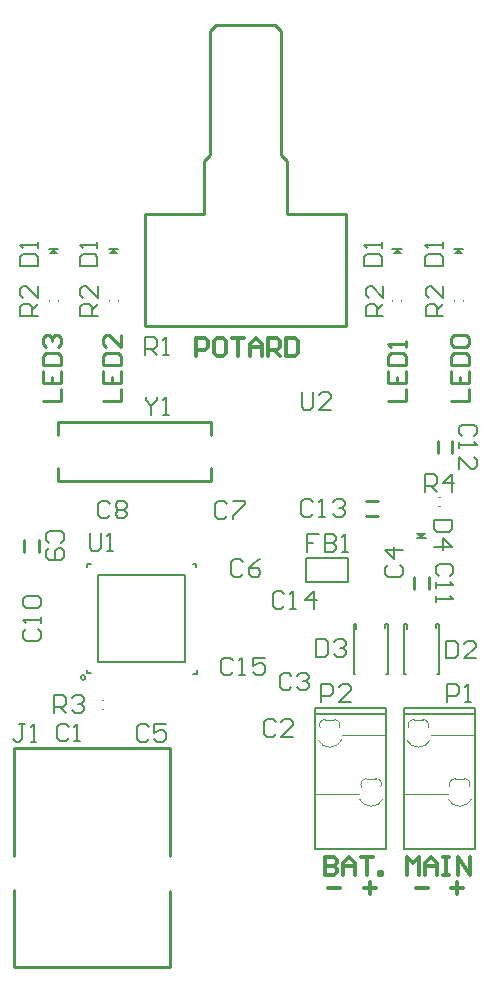
<source format=gto>
%FSLAX44Y44*%
%MOMM*%
G71*
G01*
G75*
G04 Layer_Color=65535*
%ADD10R,0.8000X0.9000*%
%ADD11R,0.9000X0.8000*%
%ADD12R,1.5000X0.8000*%
%ADD13R,0.8000X1.5000*%
%ADD14R,1.1000X1.2500*%
G04:AMPARAMS|DCode=15|XSize=1.25mm|YSize=1.1mm|CornerRadius=0.275mm|HoleSize=0mm|Usage=FLASHONLY|Rotation=90.000|XOffset=0mm|YOffset=0mm|HoleType=Round|Shape=RoundedRectangle|*
%AMROUNDEDRECTD15*
21,1,1.2500,0.5500,0,0,90.0*
21,1,0.7000,1.1000,0,0,90.0*
1,1,0.5500,0.2750,0.3500*
1,1,0.5500,0.2750,-0.3500*
1,1,0.5500,-0.2750,-0.3500*
1,1,0.5500,-0.2750,0.3500*
%
%ADD15ROUNDEDRECTD15*%
%ADD16R,1.6800X1.5600*%
%ADD17R,0.8000X0.8000*%
%ADD18R,0.8000X0.8000*%
%ADD19R,0.7000X0.9500*%
%ADD20R,5.6000X5.6000*%
%ADD21R,2.0000X1.2000*%
%ADD22R,5.5000X2.0000*%
%ADD23R,0.3000X0.8500*%
%ADD24R,0.8500X0.3000*%
%ADD25C,0.2540*%
%ADD26C,1.0000*%
%ADD27C,1.2500*%
%ADD28C,2.4000*%
%ADD29C,3.2500*%
%ADD30C,1.5000*%
%ADD31C,0.7000*%
%ADD32C,0.1000*%
%ADD33C,0.2000*%
%ADD34C,0.2500*%
%ADD35C,0.3000*%
G36*
X95170Y547030D02*
X85670D01*
X90170Y551530D01*
X95170Y547030D01*
D02*
G37*
G36*
X351000Y307000D02*
X346000Y311500D01*
X355500D01*
X351000Y307000D01*
D02*
G37*
G36*
X44370Y547410D02*
X34870D01*
X39370Y551910D01*
X44370Y547410D01*
D02*
G37*
G36*
X387270D02*
X377770D01*
X382270Y551910D01*
X387270Y547410D01*
D02*
G37*
G36*
X335200D02*
X325700D01*
X330200Y551910D01*
X335200Y547410D01*
D02*
G37*
D25*
X166930Y626020D02*
X171930Y631020D01*
Y736020D01*
X231930Y631020D02*
X236930Y626020D01*
X231930Y631020D02*
Y736020D01*
X116930Y486020D02*
X286930D01*
Y581020D01*
X116930Y486020D02*
Y581020D01*
X166930D01*
Y626020D01*
X171930Y736020D02*
X176930Y741020D01*
X236930Y581020D02*
X286930D01*
X236930D02*
Y626020D01*
X226930Y741020D02*
X231930Y736020D01*
X176930Y741020D02*
X226680D01*
X173000Y355000D02*
Y366000D01*
X43000Y355000D02*
X173000D01*
X43000D02*
Y366000D01*
Y394000D02*
Y405000D01*
X173000D01*
X173000Y394000D02*
Y405000D01*
X6390Y-56190D02*
X138390D01*
X6390Y128810D02*
X138390D01*
X30765Y423250D02*
X46000D01*
Y433407D01*
X30765Y448642D02*
Y438485D01*
X46000D01*
Y448642D01*
X38382Y438485D02*
Y443563D01*
X30765Y453720D02*
X46000D01*
Y461338D01*
X43461Y463877D01*
X33304D01*
X30765Y461338D01*
Y453720D01*
X33304Y468955D02*
X30765Y471494D01*
Y476573D01*
X33304Y479112D01*
X35843D01*
X38382Y476573D01*
Y474034D01*
Y476573D01*
X40922Y479112D01*
X43461D01*
X46000Y476573D01*
Y471494D01*
X43461Y468955D01*
X81765Y423250D02*
X97000D01*
Y433407D01*
X81765Y448642D02*
Y438485D01*
X97000D01*
Y448642D01*
X89382Y438485D02*
Y443563D01*
X81765Y453720D02*
X97000D01*
Y461338D01*
X94461Y463877D01*
X84304D01*
X81765Y461338D01*
Y453720D01*
X97000Y479112D02*
Y468955D01*
X86843Y479112D01*
X84304D01*
X81765Y476573D01*
Y471494D01*
X84304Y468955D01*
X322765Y423250D02*
X338000D01*
Y433407D01*
X322765Y448642D02*
Y438485D01*
X338000D01*
Y448642D01*
X330382Y438485D02*
Y443563D01*
X322765Y453720D02*
X338000D01*
Y461338D01*
X335461Y463877D01*
X325304D01*
X322765Y461338D01*
Y453720D01*
X338000Y468955D02*
Y474034D01*
Y471494D01*
X322765D01*
X325304Y468955D01*
X375765Y423250D02*
X391000D01*
Y433407D01*
X375765Y448642D02*
Y438485D01*
X391000D01*
Y448642D01*
X383382Y438485D02*
Y443563D01*
X375765Y453720D02*
X391000D01*
Y461338D01*
X388461Y463877D01*
X378304D01*
X375765Y461338D01*
Y453720D01*
X378304Y468955D02*
X375765Y471494D01*
Y476573D01*
X378304Y479112D01*
X388461D01*
X391000Y476573D01*
Y471494D01*
X388461Y468955D01*
X378304D01*
D32*
X379736Y103248D02*
G03*
X375341Y95946I-111J-4906D01*
G01*
X383499Y79749D02*
G03*
X393499Y85999I19J11094D01*
G01*
X373499D02*
G03*
X383499Y79749I9980J4844D01*
G01*
X391665Y96263D02*
G03*
X387431Y103249I-4213J2223D01*
G01*
X356560Y146064D02*
G03*
X352205Y153249I-4333J2286D01*
G01*
X338499Y135999D02*
G03*
X348499Y129749I9980J4844D01*
G01*
D02*
G03*
X358499Y135999I19J11094D01*
G01*
X344736Y153248D02*
G03*
X340341Y145946I-111J-4906D01*
G01*
X269736Y153248D02*
G03*
X265341Y145946I-111J-4906D01*
G01*
X273499Y129749D02*
G03*
X283499Y135999I19J11094D01*
G01*
X263499D02*
G03*
X273499Y129749I9980J4844D01*
G01*
X281560Y146064D02*
G03*
X277205Y153249I-4333J2286D01*
G01*
X316665Y96263D02*
G03*
X312431Y103249I-4213J2223D01*
G01*
X298499Y85999D02*
G03*
X308499Y79749I9980J4844D01*
G01*
D02*
G03*
X318499Y85999I19J11094D01*
G01*
X304736Y103248D02*
G03*
X300341Y95946I-111J-4906D01*
G01*
X358749Y139999D02*
X395999D01*
X335999Y90499D02*
X373249D01*
X379624Y103249D02*
X387452D01*
X344624Y153249D02*
X352227D01*
X326450Y507250D02*
Y508750D01*
X333950Y507250D02*
Y508750D01*
X86420Y507250D02*
Y508750D01*
X93920Y507250D02*
Y508750D01*
X35620Y507250D02*
Y508750D01*
X43120Y507250D02*
Y508750D01*
X80250Y169750D02*
X81750D01*
X80250Y162250D02*
X81750D01*
X365250Y334250D02*
X366750D01*
X365250Y341750D02*
X366750D01*
X269625Y153249D02*
X277227D01*
X304625Y103249D02*
X312452D01*
X260999Y90499D02*
X298249D01*
X283749Y139999D02*
X320999D01*
X378520Y507250D02*
Y508750D01*
X386020Y507250D02*
Y508750D01*
D33*
X66612Y188760D02*
G03*
X66612Y188760I-2061J0D01*
G01*
X336499Y157499D02*
X395499D01*
X335999Y43999D02*
X395999D01*
X335999Y162999D02*
X395999D01*
Y43999D02*
Y162749D01*
X335999Y43999D02*
Y162749D01*
X326200Y551660D02*
X334200D01*
X86170Y551280D02*
X94170D01*
X35370Y551660D02*
X43370D01*
X321000Y191750D02*
X322500D01*
X293500D02*
X295000D01*
X320500Y234000D02*
X322500D01*
X320500Y230500D02*
Y234000D01*
X293500D02*
X295500D01*
Y230000D02*
Y234000D01*
X322500Y191750D02*
Y234000D01*
X293500Y191750D02*
Y234000D01*
X347000Y307250D02*
X355000D01*
X260999Y43999D02*
Y162749D01*
X320999Y43999D02*
Y162749D01*
X260999Y162999D02*
X320999D01*
X260999Y43999D02*
X320999D01*
X261499Y157499D02*
X320499D01*
X378270Y551660D02*
X386270D01*
X336500Y191750D02*
Y234000D01*
X365500Y191750D02*
Y234000D01*
X338500Y230000D02*
Y234000D01*
X336500D02*
X338500D01*
X363500Y230500D02*
Y234000D01*
X365500D01*
X336500Y191750D02*
X338000D01*
X364000D02*
X365500D01*
X253500Y270000D02*
Y290000D01*
Y270000D02*
X288500D01*
Y290000D01*
X253500D02*
X288500D01*
X77550Y202010D02*
X151050D01*
X161050Y192010D02*
Y195510D01*
X157550Y192010D02*
X161050D01*
X160550Y282010D02*
Y285010D01*
X157550D02*
X160550D01*
X68050D02*
X71050D01*
X68050Y282010D02*
Y285010D01*
Y192510D02*
Y195510D01*
Y192510D02*
X71050D01*
X151050Y202010D02*
Y275510D01*
X77550D02*
X151050D01*
X77550Y202010D02*
Y275510D01*
X70000Y310995D02*
Y298499D01*
X72499Y296000D01*
X77498D01*
X79997Y298499D01*
Y310995D01*
X84995Y296000D02*
X89993D01*
X87494D01*
Y310995D01*
X84995Y308496D01*
X117430Y426015D02*
Y423516D01*
X122428Y418518D01*
X127427Y423516D01*
Y426015D01*
X122428Y418518D02*
Y411020D01*
X132425D02*
X137424D01*
X134924D01*
Y426015D01*
X132425Y423516D01*
X249500Y430495D02*
Y417999D01*
X251999Y415500D01*
X256998D01*
X259497Y417999D01*
Y430495D01*
X274492Y415500D02*
X264495D01*
X274492Y425497D01*
Y427996D01*
X271993Y430495D01*
X266994D01*
X264495Y427996D01*
X354000Y346000D02*
Y360995D01*
X361498D01*
X363997Y358496D01*
Y353498D01*
X361498Y350998D01*
X354000D01*
X358998D02*
X363997Y346000D01*
X376493D02*
Y360995D01*
X368995Y353498D01*
X378992D01*
X40000Y158750D02*
Y173745D01*
X47498D01*
X49997Y171246D01*
Y166248D01*
X47498Y163748D01*
X40000D01*
X44998D02*
X49997Y158750D01*
X54995Y171246D02*
X57494Y173745D01*
X62493D01*
X64992Y171246D01*
Y168747D01*
X62493Y166248D01*
X59994D01*
X62493D01*
X64992Y163748D01*
Y161249D01*
X62493Y158750D01*
X57494D01*
X54995Y161249D01*
X26250Y495000D02*
X11255D01*
Y502498D01*
X13754Y504997D01*
X18752D01*
X21252Y502498D01*
Y495000D01*
Y499998D02*
X26250Y504997D01*
Y519992D02*
Y509995D01*
X16253Y519992D01*
X13754D01*
X11255Y517493D01*
Y512494D01*
X13754Y509995D01*
X77250Y495000D02*
X62255D01*
Y502498D01*
X64754Y504997D01*
X69752D01*
X72252Y502498D01*
Y495000D01*
Y499998D02*
X77250Y504997D01*
Y519992D02*
Y509995D01*
X67253Y519992D01*
X64754D01*
X62255Y517493D01*
Y512494D01*
X64754Y509995D01*
X318750Y495000D02*
X303755D01*
Y502497D01*
X306254Y504997D01*
X311252D01*
X313752Y502497D01*
Y495000D01*
Y499998D02*
X318750Y504997D01*
Y519992D02*
Y509995D01*
X308753Y519992D01*
X306254D01*
X303755Y517493D01*
Y512494D01*
X306254Y509995D01*
X369500Y495000D02*
X354505D01*
Y502498D01*
X357004Y504997D01*
X362002D01*
X364502Y502498D01*
Y495000D01*
Y499998D02*
X369500Y504997D01*
Y519992D02*
Y509995D01*
X359503Y519992D01*
X357004D01*
X354505Y517493D01*
Y512494D01*
X357004Y509995D01*
X117000Y462000D02*
Y476995D01*
X124498D01*
X126997Y474496D01*
Y469498D01*
X124498Y466998D01*
X117000D01*
X121998D02*
X126997Y462000D01*
X131995D02*
X136994D01*
X134494D01*
Y476995D01*
X131995Y474496D01*
X263997Y309995D02*
X254000D01*
Y302498D01*
X258998D01*
X254000D01*
Y295000D01*
X268995Y309995D02*
Y295000D01*
X276493D01*
X278992Y297499D01*
Y299998D01*
X276493Y302498D01*
X268995D01*
X276493D01*
X278992Y304997D01*
Y307496D01*
X276493Y309995D01*
X268995D01*
X283990Y295000D02*
X288989D01*
X286490D01*
Y309995D01*
X283990Y307496D01*
X376995Y322000D02*
X362000D01*
Y314502D01*
X364499Y312003D01*
X374496D01*
X376995Y314502D01*
Y322000D01*
X362000Y299507D02*
X376995D01*
X369498Y307005D01*
Y297008D01*
X262000Y220995D02*
Y206000D01*
X269498D01*
X271997Y208499D01*
Y218496D01*
X269498Y220995D01*
X262000D01*
X276995Y218496D02*
X279494Y220995D01*
X284493D01*
X286992Y218496D01*
Y215997D01*
X284493Y213498D01*
X281994D01*
X284493D01*
X286992Y210998D01*
Y208499D01*
X284493Y206000D01*
X279494D01*
X276995Y208499D01*
X372000Y219995D02*
Y205000D01*
X379498D01*
X381997Y207499D01*
Y217496D01*
X379498Y219995D01*
X372000D01*
X396992Y205000D02*
X386995D01*
X396992Y214997D01*
Y217496D01*
X394493Y219995D01*
X389494D01*
X386995Y217496D01*
X11005Y537250D02*
X26000D01*
Y544748D01*
X23501Y547247D01*
X13504D01*
X11005Y544748D01*
Y537250D01*
X26000Y552245D02*
Y557244D01*
Y554744D01*
X11005D01*
X13504Y552245D01*
X61755Y537250D02*
X76750D01*
Y544748D01*
X74251Y547247D01*
X64254D01*
X61755Y544748D01*
Y537250D01*
X76750Y552245D02*
Y557244D01*
Y554744D01*
X61755D01*
X64254Y552245D01*
X302505Y537250D02*
X317500D01*
Y544748D01*
X315001Y547247D01*
X305004D01*
X302505Y544748D01*
Y537250D01*
X317500Y552245D02*
Y557244D01*
Y554744D01*
X302505D01*
X305004Y552245D01*
X354255Y537250D02*
X369250D01*
Y544748D01*
X366751Y547247D01*
X356754D01*
X354255Y544748D01*
Y537250D01*
X369250Y552245D02*
Y557243D01*
Y554744D01*
X354255D01*
X356754Y552245D01*
X191247Y203246D02*
X188748Y205745D01*
X183749D01*
X181250Y203246D01*
Y193249D01*
X183749Y190750D01*
X188748D01*
X191247Y193249D01*
X196245Y190750D02*
X201243D01*
X198744D01*
Y205745D01*
X196245Y203246D01*
X218738Y205745D02*
X208741D01*
Y198248D01*
X213739Y200747D01*
X216239D01*
X218738Y198248D01*
Y193249D01*
X216239Y190750D01*
X211240D01*
X208741Y193249D01*
X234997Y259496D02*
X232498Y261995D01*
X227499D01*
X225000Y259496D01*
Y249499D01*
X227499Y247000D01*
X232498D01*
X234997Y249499D01*
X239995Y247000D02*
X244993D01*
X242494D01*
Y261995D01*
X239995Y259496D01*
X259989Y247000D02*
Y261995D01*
X252491Y254498D01*
X262488D01*
X258997Y337496D02*
X256498Y339995D01*
X251499D01*
X249000Y337496D01*
Y327499D01*
X251499Y325000D01*
X256498D01*
X258997Y327499D01*
X263995Y325000D02*
X268993D01*
X266494D01*
Y339995D01*
X263995Y337496D01*
X276491D02*
X278990Y339995D01*
X283989D01*
X286488Y337496D01*
Y334997D01*
X283989Y332498D01*
X281490D01*
X283989D01*
X286488Y329998D01*
Y327499D01*
X283989Y325000D01*
X278990D01*
X276491Y327499D01*
X395496Y393003D02*
X397995Y395502D01*
Y400501D01*
X395496Y403000D01*
X385499D01*
X383000Y400501D01*
Y395502D01*
X385499Y393003D01*
X383000Y388005D02*
Y383007D01*
Y385506D01*
X397995D01*
X395496Y388005D01*
X383000Y365512D02*
Y375509D01*
X392997Y365512D01*
X395496D01*
X397995Y368011D01*
Y373010D01*
X395496Y375509D01*
X375496Y275003D02*
X377995Y277502D01*
Y282501D01*
X375496Y285000D01*
X365499D01*
X363000Y282501D01*
Y277502D01*
X365499Y275003D01*
X363000Y270005D02*
Y265007D01*
Y267506D01*
X377995D01*
X375496Y270005D01*
X363000Y257509D02*
Y252511D01*
Y255010D01*
X377995D01*
X375496Y257509D01*
X16504Y229997D02*
X14005Y227498D01*
Y222499D01*
X16504Y220000D01*
X26501D01*
X29000Y222499D01*
Y227498D01*
X26501Y229997D01*
X29000Y234995D02*
Y239993D01*
Y237494D01*
X14005D01*
X16504Y234995D01*
Y247491D02*
X14005Y249990D01*
Y254989D01*
X16504Y257488D01*
X26501D01*
X29000Y254989D01*
Y249990D01*
X26501Y247491D01*
X16504D01*
X45986Y303043D02*
X48485Y305542D01*
Y310541D01*
X45986Y313040D01*
X35989D01*
X33490Y310541D01*
Y305542D01*
X35989Y303043D01*
Y298045D02*
X33490Y295546D01*
Y290547D01*
X35989Y288048D01*
X45986D01*
X48485Y290547D01*
Y295546D01*
X45986Y298045D01*
X43487D01*
X40988Y295546D01*
Y288048D01*
X86997Y335996D02*
X84498Y338495D01*
X79499D01*
X77000Y335996D01*
Y325999D01*
X79499Y323500D01*
X84498D01*
X86997Y325999D01*
X91995Y335996D02*
X94494Y338495D01*
X99493D01*
X101992Y335996D01*
Y333497D01*
X99493Y330998D01*
X101992Y328498D01*
Y325999D01*
X99493Y323500D01*
X94494D01*
X91995Y325999D01*
Y328498D01*
X94494Y330998D01*
X91995Y333497D01*
Y335996D01*
X94494Y330998D02*
X99493D01*
X186497Y335496D02*
X183998Y337995D01*
X178999D01*
X176500Y335496D01*
Y325499D01*
X178999Y323000D01*
X183998D01*
X186497Y325499D01*
X191495Y337995D02*
X201492D01*
Y335496D01*
X191495Y325499D01*
Y323000D01*
X199747Y286246D02*
X197248Y288745D01*
X192249D01*
X189750Y286246D01*
Y276249D01*
X192249Y273750D01*
X197248D01*
X199747Y276249D01*
X214742Y288745D02*
X209743Y286246D01*
X204745Y281248D01*
Y276249D01*
X207244Y273750D01*
X212243D01*
X214742Y276249D01*
Y278748D01*
X212243Y281248D01*
X204745D01*
X119997Y146746D02*
X117498Y149245D01*
X112499D01*
X110000Y146746D01*
Y136749D01*
X112499Y134250D01*
X117498D01*
X119997Y136749D01*
X134992Y149245D02*
X124995D01*
Y141748D01*
X129993Y144247D01*
X132493D01*
X134992Y141748D01*
Y136749D01*
X132493Y134250D01*
X127494D01*
X124995Y136749D01*
X322504Y283997D02*
X320005Y281498D01*
Y276499D01*
X322504Y274000D01*
X332501D01*
X335000Y276499D01*
Y281498D01*
X332501Y283997D01*
X335000Y296493D02*
X320005D01*
X327502Y288995D01*
Y298992D01*
X240997Y190496D02*
X238498Y192995D01*
X233499D01*
X231000Y190496D01*
Y180499D01*
X233499Y178000D01*
X238498D01*
X240997Y180499D01*
X245995Y190496D02*
X248494Y192995D01*
X253493D01*
X255992Y190496D01*
Y187997D01*
X253493Y185498D01*
X250993D01*
X253493D01*
X255992Y182998D01*
Y180499D01*
X253493Y178000D01*
X248494D01*
X245995Y180499D01*
X227497Y151246D02*
X224998Y153745D01*
X219999D01*
X217500Y151246D01*
Y141249D01*
X219999Y138750D01*
X224998D01*
X227497Y141249D01*
X242492Y138750D02*
X232495D01*
X242492Y148747D01*
Y151246D01*
X239993Y153745D01*
X234994D01*
X232495Y151246D01*
X52247Y147246D02*
X49748Y149745D01*
X44749D01*
X42250Y147246D01*
Y137249D01*
X44749Y134750D01*
X49748D01*
X52247Y137249D01*
X57245Y134750D02*
X62243D01*
X59744D01*
Y149745D01*
X57245Y147246D01*
X15077Y149615D02*
X10078D01*
X12578D01*
Y137119D01*
X10078Y134620D01*
X7579D01*
X5080Y137119D01*
X20075Y134620D02*
X25073D01*
X22574D01*
Y149615D01*
X20075Y147116D01*
X373000Y168000D02*
Y182995D01*
X380498D01*
X382997Y180496D01*
Y175498D01*
X380498Y172998D01*
X373000D01*
X387995Y168000D02*
X392994D01*
X390494D01*
Y182995D01*
X387995Y180496D01*
X266000Y168000D02*
Y182995D01*
X273498D01*
X275997Y180496D01*
Y175498D01*
X273498Y172998D01*
X266000D01*
X290992Y168000D02*
X280995D01*
X290992Y177997D01*
Y180496D01*
X288493Y182995D01*
X283494D01*
X280995Y180496D01*
D34*
X357250Y264000D02*
Y274000D01*
X344750Y264000D02*
Y274000D01*
X364750Y379000D02*
Y389000D01*
X377250Y379000D02*
Y389000D01*
X304000Y325750D02*
X314000D01*
X304000Y338250D02*
X314000D01*
X27250Y295000D02*
Y305000D01*
X14750Y295000D02*
Y305000D01*
X138390Y37310D02*
Y128810D01*
Y-56190D02*
Y8310D01*
X6390Y-56190D02*
Y8560D01*
Y37310D02*
Y128810D01*
D35*
X160000Y461000D02*
Y476235D01*
X167617D01*
X170157Y473696D01*
Y468618D01*
X167617Y466078D01*
X160000D01*
X182853Y476235D02*
X177774D01*
X175235Y473696D01*
Y463539D01*
X177774Y461000D01*
X182853D01*
X185392Y463539D01*
Y473696D01*
X182853Y476235D01*
X190470D02*
X200627D01*
X195548D01*
Y461000D01*
X205705D02*
Y471157D01*
X210784Y476235D01*
X215862Y471157D01*
Y461000D01*
Y468618D01*
X205705D01*
X220940Y461000D02*
Y476235D01*
X228558D01*
X231097Y473696D01*
Y468618D01*
X228558Y466078D01*
X220940D01*
X226019D02*
X231097Y461000D01*
X236175Y476235D02*
Y461000D01*
X243793D01*
X246332Y463539D01*
Y473696D01*
X243793Y476235D01*
X236175D01*
X269000Y37235D02*
Y22000D01*
X276618D01*
X279157Y24539D01*
Y27078D01*
X276618Y29618D01*
X269000D01*
X276618D01*
X279157Y32157D01*
Y34696D01*
X276618Y37235D01*
X269000D01*
X284235Y22000D02*
Y32157D01*
X289313Y37235D01*
X294392Y32157D01*
Y22000D01*
Y29618D01*
X284235D01*
X299470Y37235D02*
X309627D01*
X304548D01*
Y22000D01*
X314705D02*
Y24539D01*
X317244D01*
Y22000D01*
X314705D01*
X339000D02*
Y37235D01*
X344078Y32157D01*
X349157Y37235D01*
Y22000D01*
X354235D02*
Y32157D01*
X359314Y37235D01*
X364392Y32157D01*
Y22000D01*
Y29618D01*
X354235D01*
X369470Y37235D02*
X374548D01*
X372009D01*
Y22000D01*
X369470D01*
X374548D01*
X382166D02*
Y37235D01*
X392323Y22000D01*
Y37235D01*
X272000Y10618D02*
X282157D01*
X302470D02*
X312627D01*
X307549Y15696D02*
Y5539D01*
X346000Y10618D02*
X356157D01*
X376470D02*
X386627D01*
X381549Y15696D02*
Y5539D01*
M02*

</source>
